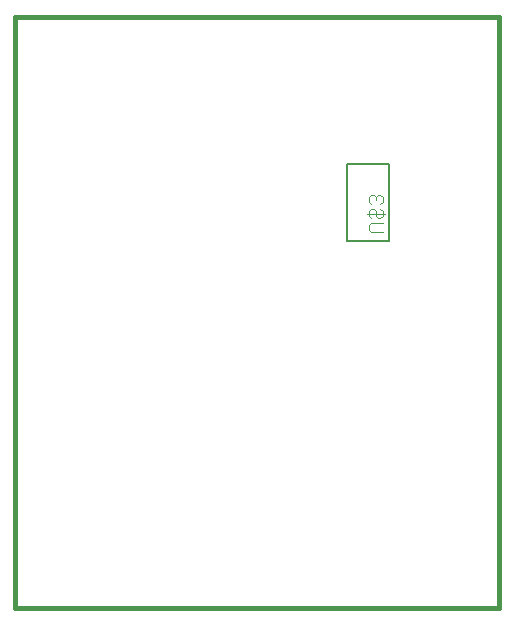
<source format=gbo>
G75*
%MOIN*%
%OFA0B0*%
%FSLAX24Y24*%
%IPPOS*%
%LPD*%
%AMOC8*
5,1,8,0,0,1.08239X$1,22.5*
%
%ADD10C,0.0160*%
%ADD11C,0.0080*%
%ADD12C,0.0040*%
D10*
X002057Y000848D02*
X018199Y000848D01*
X018199Y020533D01*
X002057Y020533D01*
X002057Y000848D01*
D11*
X013129Y013061D02*
X014529Y013061D01*
X014529Y015642D01*
X013129Y015642D01*
X013129Y013061D01*
D12*
X013869Y013448D02*
X013869Y013602D01*
X013945Y013679D01*
X014329Y013679D01*
X014252Y013832D02*
X014329Y013909D01*
X014329Y014062D01*
X014252Y014139D01*
X014252Y014292D02*
X014329Y014369D01*
X014329Y014523D01*
X014252Y014599D01*
X014176Y014599D01*
X014099Y014523D01*
X014022Y014599D01*
X013945Y014599D01*
X013869Y014523D01*
X013869Y014369D01*
X013945Y014292D01*
X013945Y014139D02*
X013869Y014062D01*
X013869Y013909D01*
X013945Y013832D01*
X014099Y013909D02*
X014099Y014062D01*
X014022Y014139D01*
X013945Y014139D01*
X013792Y013985D02*
X014406Y013985D01*
X014252Y013832D02*
X014176Y013832D01*
X014099Y013909D01*
X013869Y013448D02*
X013945Y013372D01*
X014329Y013372D01*
X014099Y014446D02*
X014099Y014523D01*
M02*

</source>
